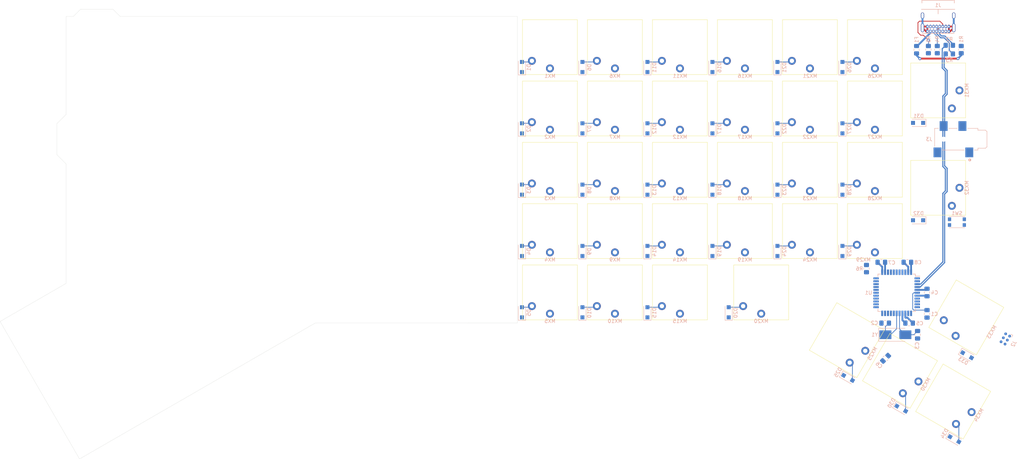
<source format=kicad_pcb>
(kicad_pcb (version 20211014) (generator pcbnew)
  (layers (0 "F.Cu" signal) (31 "B.Cu" signal) (34 "B.Paste" user) (35 "F.Paste" user) (36 "B.SilkS" user "B.Silkscreen") (37 "F.SilkS" user "F.Silkscreen") (38 "B.Mask" user) (39 "F.Mask" user) (44 "Edge.Cuts" user))
  (net 0 "")
  (net 1 "Net-(D1-Pad2)")
  (net 2 "Net-(D2-Pad2)")
  (net 3 "Net-(D3-Pad2)")
  (net 4 "Net-(D4-Pad2)")
  (net 5 "Net-(D5-Pad2)")
  (net 6 "Net-(D6-Pad2)")
  (net 7 "Net-(D7-Pad2)")
  (net 8 "Net-(D8-Pad2)")
  (net 9 "Net-(D9-Pad2)")
  (net 10 "Net-(D10-Pad2)")
  (net 11 "Net-(D11-Pad2)")
  (net 12 "Net-(D12-Pad2)")
  (net 13 "Net-(D13-Pad2)")
  (net 14 "Net-(D14-Pad2)")
  (net 15 "Net-(D15-Pad2)")
  (net 16 "Net-(D16-Pad2)")
  (net 17 "Net-(D17-Pad2)")
  (net 18 "Net-(D18-Pad2)")
  (net 19 "Net-(D19-Pad2)")
  (net 20 "Net-(D20-Pad2)")
  (net 21 "Net-(D21-Pad2)")
  (net 22 "Net-(D22-Pad2)")
  (net 23 "Net-(D23-Pad2)")
  (net 24 "Net-(D24-Pad2)")
  (net 25 "Net-(D25-Pad2)")
  (net 26 "Net-(D26-Pad2)")
  (net 27 "Net-(D27-Pad2)")
  (net 28 "Net-(D28-Pad2)")
  (net 29 "Net-(D29-Pad2)")
  (net 30 "Net-(D30-Pad2)")
  (net 31 "Net-(D31-Pad2)")
  (net 32 "Net-(D32-Pad2)")
  (net 33 "Net-(D33-Pad2)")
  (net 34 "Net-(D34-Pad2)")
  (net 35 "Net-(J1-PadB5)")
  (net 38 "Net-(J1-PadA5)")
  (net 62 "/Row1")
  (net 63 "/Row2")
  (net 64 "/Row3")
  (net 65 "/Row4")
  (net 66 "/Row5")
  (net 67 "/Col1")
  (net 68 "/Col2")
  (net 69 "/Col3")
  (net 70 "/Col4")
  (net 71 "/Col5")
  (net 72 "/Col6")
  (net 73 "/Col7")
  (net 74 "GND")
  (net 75 "Net-(C1-Pad1)")
  (net 76 "/XTAL1")
  (net 77 "/XTAL2")
  (net 78 "Net-(F1-Pad2)")
  (net 79 "+5V")
  (net 80 "/USB_D+")
  (net 81 "/USB_D-")
  (net 82 "/Reset")
  (net 83 "/MOSI")
  (net 84 "/SCK")
  (net 85 "/MISO")
  (net 86 "/D-")
  (net 87 "/D+")
  (net 92 "Net-(R6-Pad1)")
  (footprint "nikon:SW_Kailh_Choc_V1_1.00u" (layer "F.Cu") (at 112.9538 43.1546 180)
    (fp_text reference "MX1")
    (fp_text value "MX-NoLED")
  )
  (footprint "nikon:SW_Kailh_Choc_V1_1.00u" (layer "F.Cu") (at 112.9538 60.1546 180)
    (fp_text reference "MX2")
    (fp_text value "MX-NoLED")
  )
  (footprint "nikon:SW_Kailh_Choc_V1_1.00u" (layer "F.Cu") (at 112.9538 111.1546 180)
    (fp_text reference "MX5")
    (fp_text value "MX-NoLED")
  )
  (footprint "nikon:SW_Kailh_Choc_V1_1.00u" (layer "F.Cu") (at 130.9538 43.1546 180)
    (fp_text reference "MX6")
    (fp_text value "MX-NoLED")
  )
  (footprint "nikon:SW_Kailh_Choc_V1_1.00u" (layer "F.Cu") (at 130.9538 77.1546 180)
    (fp_text reference "MX8")
    (fp_text value "MX-NoLED")
  )
  (footprint "nikon:SW_Kailh_Choc_V1_1.00u" (layer "F.Cu") (at 130.9538 94.1546 180)
    (fp_text reference "MX9")
    (fp_text value "MX-NoLED")
  )
  (footprint "nikon:SW_Kailh_Choc_V1_1.00u" (layer "F.Cu") (at 148.9538 43.1546 180)
    (fp_text reference "MX11")
    (fp_text value "MX-NoLED")
  )
  (footprint "nikon:SW_Kailh_Choc_V1_1.00u" (layer "F.Cu") (at 148.9538 60.1546 180)
    (fp_text reference "MX12")
    (fp_text value "MX-NoLED")
  )
  (footprint "nikon:SW_Kailh_Choc_V1_1.00u" (layer "F.Cu") (at 148.9538 77.1546 180)
    (fp_text reference "MX13")
    (fp_text value "MX-NoLED")
  )
  (footprint "nikon:SW_Kailh_Choc_V1_1.00u" (layer "F.Cu") (at 148.9538 94.1546 180)
    (fp_text reference "MX14")
    (fp_text value "MX-NoLED")
  )
  (footprint "nikon:SW_Kailh_Choc_V1_1.00u" (layer "F.Cu") (at 166.9538 43.1546 180)
    (fp_text reference "MX16")
    (fp_text value "MX-NoLED")
  )
  (footprint "nikon:SW_Kailh_Choc_V1_1.00u" (layer "F.Cu") (at 166.9538 60.1546 180)
    (fp_text reference "MX17")
    (fp_text value "MX-NoLED")
  )
  (footprint "nikon:SW_Kailh_Choc_V1_1.00u" (layer "F.Cu") (at 166.9538 77.1546 180)
    (fp_text reference "MX18")
    (fp_text value "MX-NoLED")
  )
  (footprint "nikon:SW_Kailh_Choc_V1_1.00u" (layer "F.Cu") (at 166.9538 94.1546 180)
    (fp_text reference "MX19")
    (fp_text value "MX-NoLED")
  )
  (footprint "nikon:SW_Kailh_Choc_V1_1.50u" (layer "F.Cu") (at 171.4538 111.1546 180)
    (fp_text reference "MX20")
    (fp_text value "MX-NoLED")
  )
  (footprint "nikon:SW_Kailh_Choc_V1_1.00u" (layer "F.Cu") (at 184.9538 43.1546 180)
    (fp_text reference "MX21")
    (fp_text value "MX-NoLED")
  )
  (footprint "nikon:SW_Kailh_Choc_V1_1.00u" (layer "F.Cu") (at 184.9538 60.1546 180)
    (fp_text reference "MX22")
    (fp_text value "MX-NoLED")
  )
  (footprint "nikon:SW_Kailh_Choc_V1_1.00u" (layer "F.Cu") (at 184.9538 77.1546 180)
    (fp_text reference "MX23")
    (fp_text value "MX-NoLED")
  )
  (footprint "nikon:SW_Kailh_Choc_V1_1.00u" (layer "F.Cu") (at 184.9538 94.1546 180)
    (fp_text reference "MX24")
    (fp_text value "MX-NoLED")
  )
  (footprint "nikon:SW_Kailh_Choc_V1_1.50u" (layer "F.Cu") (at 195.1668 124.3876 -120)
    (fp_text reference "MX25")
    (fp_text value "MX-NoLED")
  )
  (footprint "nikon:SW_Kailh_Choc_V1_1.00u" (layer "F.Cu") (at 202.9538 60.1546 180)
    (fp_text reference "MX27")
    (fp_text value "MX-NoLED")
  )
  (footprint "nikon:SW_Kailh_Choc_V1_1.00u" (layer "F.Cu") (at 202.9538 77.1546 180)
    (fp_text reference "MX28")
    (fp_text value "MX-NoLED")
  )
  (footprint "nikon:SW_Kailh_Choc_V1_1.00u" (layer "F.Cu") (at 202.9538 94.1546 180)
    (fp_text reference "MX29")
    (fp_text value "MX-NoLED")
  )
  (footprint "nikon:SW_Kailh_Choc_V1_1.50u" (layer "F.Cu") (at 209.889231 132.887599 -120)
    (fp_text reference "MX30")
    (fp_text value "MX-NoLED")
  )
  (footprint "nikon:SW_Kailh_Choc_V1_1.50u" (layer "F.Cu") (at 220.4538 55.1546 -90)
    (fp_text reference "MX31")
    (fp_text value "MX-NoLED")
  )
  (footprint "nikon:SW_Kailh_Choc_V1_1.50u" (layer "F.Cu") (at 228.250662 118.084598 150)
    (fp_text reference "MX33")
    (fp_text value "MX-NoLED")
  )
  (footprint "nikon:SW_Kailh_Choc_V1_1.50u" (layer "F.Cu") (at 224.611662 141.387598 -120)
    (fp_text reference "MX34")
    (fp_text value "MX-NoLED")
  )
  (footprint "nikon:SW_Kailh_Choc_V1_1.00u" (layer "F.Cu") (at 202.9538 43.1546 180)
    (fp_text reference "MX26")
    (fp_text value "MX-NoLED")
  )
  (footprint "nikon:SW_Kailh_Choc_V1_1.00u" (layer "F.Cu") (at 148.9538 111.1546 180)
    (fp_text reference "MX15")
    (fp_text value "MX-NoLED")
  )
  (footprint "nikon:SW_Kailh_Choc_V1_1.00u" (layer "F.Cu") (at 130.9538 111.1546 180)
    (fp_text reference "MX10")
    (fp_text value "MX-NoLED")
  )
  (footprint "nikon:SW_Kailh_Choc_V1_1.00u" (layer "F.Cu") (at 112.9538 94.1546 180)
    (fp_text reference "MX4")
    (fp_text value "MX-NoLED")
  )
  (footprint "nikon:SW_Kailh_Choc_V1_1.00u" (layer "F.Cu") (at 112.9538 77.1546 180)
    (fp_text reference "MX3")
    (fp_text value "MX-NoLED")
  )
  (footprint "nikon:SW_Kailh_Choc_V1_1.00u" (layer "F.Cu") (at 130.9538 60.1546 180)
    (fp_text reference "MX7")
    (fp_text value "MX-NoLED")
  )
  (footprint "nikon:SW_Kailh_Choc_V1_1.50u" (layer "F.Cu") (at 220.4538 82.1546 -90)
    (fp_text reference "MX32")
    (fp_text value "MX-NoLED")
  )
  (footprint "Diode_SMD:D_SOD-123F" (layer "B.Cu") (at 105.2068 65.6646 90)
    (fp_text reference "D2")
    (fp_text value "1N4148")
  )
  (footprint "Diode_SMD:D_SOD-123F" (layer "B.Cu") (at 105.2068 82.6516 90)
    (fp_text reference "D3")
    (fp_text value "1N4148")
  )
  (footprint "Diode_SMD:D_SOD-123F" (layer "B.Cu") (at 105.2068 99.6646 90)
    (fp_text reference "D4")
    (fp_text value "1N4148")
  )
  (footprint "Diode_SMD:D_SOD-123F" (layer "B.Cu") (at 105.2068 116.6646 90)
    (fp_text reference "D5")
    (fp_text value "1N4148")
  )
  (footprint "Diode_SMD:D_SOD-123F" (layer "B.Cu") (at 121.9538 48.6646 90)
    (fp_text reference "D6")
    (fp_text value "1N4148")
  )
  (footprint "Diode_SMD:D_SOD-123F" (layer "B.Cu") (at 121.9538 65.6646 90)
    (fp_text reference "D7")
    (fp_text value "1N4148")
  )
  (footprint "Diode_SMD:D_SOD-123F" (layer "B.Cu") (at 121.9538 82.6646 90)
    (fp_text reference "D8")
    (fp_text value "1N4148")
  )
  (footprint "Diode_SMD:D_SOD-123F" (layer "B.Cu") (at 121.9538 99.6646 90)
    (fp_text reference "D9")
    (fp_text value "1N4148")
  )
  (footprint "Diode_SMD:D_SOD-123F" (layer "B.Cu") (at 121.9538 116.6646 90)
    (fp_text reference "D10")
    (fp_text value "1N4148")
  )
  (footprint "Diode_SMD:D_SOD-123F" (layer "B.Cu") (at 139.9538 48.6646 90)
    (fp_text reference "D11")
    (fp_text value "1N4148")
  )
  (footprint "Diode_SMD:D_SOD-123F" (layer "B.Cu") (at 139.9538 65.6646 90)
    (fp_text reference "D12")
    (fp_text value "1N4148")
  )
  (footprint "Diode_SMD:D_SOD-123F" (layer "B.Cu") (at 139.9538 82.6646 90)
    (fp_text reference "D13")
    (fp_text value "1N4148")
  )
  (footprint "Diode_SMD:D_SOD-123F" (layer "B.Cu") (at 139.9538 99.6646 90)
    (fp_text reference "D14")
    (fp_text value "1N4148")
  )
  (footprint "Diode_SMD:D_SOD-123F" (layer "B.Cu") (at 139.9538 116.6646 90)
    (fp_text reference "D15")
    (fp_text value "1N4148")
  )
  (footprint "Diode_SMD:D_SOD-123F" (layer "B.Cu") (at 157.9538 48.6646 90)
    (fp_text reference "D16")
    (fp_text value "1N4148")
  )
  (footprint "Diode_SMD:D_SOD-123F" (layer "B.Cu") (at 157.9538 65.6646 90)
    (fp_text reference "D17")
    (fp_text value "1N4148")
  )
  (footprint "Diode_SMD:D_SOD-123F" (layer "B.Cu") (at 157.9538 82.6646 90)
    (fp_text reference "D18")
    (fp_text value "1N4148")
  )
  (footprint "Diode_SMD:D_SOD-123F" (layer "B.Cu") (at 157.9538 99.6646 90)
    (fp_text reference "D19")
    (fp_text value "1N4148")
  )
  (footprint "Diode_SMD:D_SOD-123F" (layer "B.Cu") (at 162.4538 116.6646 90)
    (fp_text reference "D20")
    (fp_text value "1N4148")
  )
  (footprint "Diode_SMD:D_SOD-123F" (layer "B.Cu") (at 175.9538 48.6646 90)
    (fp_text reference "D21")
    (fp_text value "1N4148")
  )
  (footprint "Diode_SMD:D_SOD-123F" (layer "B.Cu") (at 175.9538 65.6646 90)
    (fp_text reference "D22")
    (fp_text value "1N4148")
  )
  (footprint "Diode_SMD:D_SOD-123F" (layer "B.Cu") (at 175.9538 82.6646 90)
    (fp_text reference "D23")
    (fp_text value "1N4148")
  )
  (footprint "Diode_SMD:D_SOD-123F" (layer "B.Cu") (at 175.9538 99.6646 90)
    (fp_text reference "D24")
    (fp_text value "1N4148")
  )
  (footprint "Diode_SMD:D_SOD-123F" (layer "B.Cu") (at 193.9538 48.6646 90)
    (fp_text reference "D26")
    (fp_text value "1N4148")
  )
  (footprint "Diode_SMD:D_SOD-123F" (layer "B.Cu") (at 193.9538 65.6646 90)
    (fp_text reference "D27")
    (fp_text value "1N4148")
  )
  (footprint "Diode_SMD:D_SOD-123F" (layer "B.Cu") (at 193.9538 82.6646 90)
    (fp_text reference "D28")
    (fp_text value "1N4148")
  )
  (footprint "Diode_SMD:D_SOD-123F" (layer "B.Cu") (at 193.9538 99.6646 90)
    (fp_text reference "D29")
    (fp_text value "1N4148")
  )
  (footprint "Diode_SMD:D_SOD-123F" (layer "B.Cu") (at 210.2358 143.3576 -30)
    (fp_text reference "D30")
    (fp_text value "1N4148")
  )
  (footprint "Diode_SMD:D_SOD-123F" (layer "B.Cu") (at 214.8988 64.1546 180)
    (fp_text reference "D31")
    (fp_text value "1N4148")
  )
  (footprint "Diode_SMD:D_SOD-123F" (layer "B.Cu") (at 214.8988 91.1546 180)
    (fp_text reference "D32")
    (fp_text value "1N4148")
  )
  (footprint "Diode_SMD:D_SOD-123F" (layer "B.Cu") (at 228.473 128.5748 -30)
    (fp_text reference "D33")
    (fp_text value "1N4148")
  )
  (footprint "Diode_SMD:D_SOD-123F" (layer "B.Cu") (at 224.9678 151.8666 -30)
    (fp_text reference "D34")
    (fp_text value "1N4148")
  )
  (footprint "nikon:USB_C_GCT_USB4085" (layer "B.Cu") (at 220.4466 32.6738)
    (fp_text reference "J1")
    (fp_text value "USB_C_Receptacle_USB2.0")
  )
  (footprint "Button_Switch_SMD:SW_Push_1P1T_NO_CK_KMR2" (layer "B.Cu") (at 225.6536 91.6686 180)
    (fp_text reference "SW1")
    (fp_text value "SW_Push")
  )
  (footprint "Package_QFP:TQFP-44_10x10mm_P0.8mm" (layer "B.Cu") (at 208.9658 111.252 180)
    (fp_text reference "U1")
    (fp_text value "ATmega32U4-AU")
  )
  (footprint "Diode_SMD:D_SOD-123F" (layer "B.Cu") (at 105.2068 48.6646 90)
    (fp_text reference "D1")
    (fp_text value "1N4148")
  )
  (footprint "Diode_SMD:D_SOD-123F" (layer "B.Cu") (at 195.5038 134.8486 -30)
    (fp_text reference "D25")
    (fp_text value "1N4148")
  )
  (footprint "Capacitor_SMD:C_0805_2012Metric_Pad1.18x1.45mm_HandSolder" (layer "B.Cu") (at 217.3732 117.094 -90)
    (fp_text reference "C1")
    (fp_text value "1u")
  )
  (footprint "Capacitor_SMD:C_0805_2012Metric_Pad1.18x1.45mm_HandSolder" (layer "B.Cu") (at 205.7908 119.6594)
    (fp_text reference "C2")
    (fp_text value "22pF")
  )
  (footprint "Capacitor_SMD:C_0805_2012Metric_Pad1.18x1.45mm_HandSolder" (layer "B.Cu") (at 214.757 122.8852 90)
    (fp_text reference "C3")
    (fp_text value "22pF")
  )
  (footprint "Fuse:Fuse_0805_2012Metric_Pad1.15x1.40mm_HandSolder" (layer "B.Cu") (at 214.4776 43.8658 90)
    (fp_text reference "F1")
    (fp_text value "Fuse")
  )
  (footprint "Connector:Tag-Connect_TC2030-IDC-NL_2x03_P1.27mm_Vertical" (layer "B.Cu") (at 239.0648 124.0536 -120)
    (fp_text reference "J2")
    (fp_text value "AVR-ISP-6")
  )
  (footprint "Resistor_SMD:R_0805_2012Metric_Pad1.20x1.40mm_HandSolder" (layer "B.Cu") (at 200.6092 104.5464 90)
    (fp_text reference "R6")
    (fp_text value "10K")
  )
  (footprint "Resistor_SMD:R_0805_2012Metric_Pad1.20x1.40mm_HandSolder" (layer "B.Cu") (at 226.8474 43.8404 -90)
    (fp_text reference "R1")
    (fp_text value "10k")
  )
  (footprint "Resistor_SMD:R_0805_2012Metric_Pad1.20x1.40mm_HandSolder" (layer "B.Cu") (at 220.218 43.8404 90)
    (fp_text reference "R4")
    (fp_text value "5.1k")
  )
  (footprint "Resistor_SMD:R_0805_2012Metric_Pad1.20x1.40mm_HandSolder" (layer "B.Cu") (at 217.7542 43.8404 90)
    (fp_text reference "R5")
    (fp_text value "5.1k")
  )
  (footprint "Resistor_SMD:R_0805_2012Metric_Pad1.20x1.40mm_HandSolder" (layer "B.Cu") (at 223.5454 42.6502)
    (fp_text reference "R2")
    (fp_text value "22R")
  )
  (footprint "Resistor_SMD:R_0805_2012Metric_Pad1.20x1.40mm_HandSolder" (layer "B.Cu") (at 223.5454 45.0342)
    (fp_text reference "R3")
    (fp_text value "22R")
  )
  (footprint "Crystal:Crystal_SMD_Abracon_ABM3-2Pin_5.0x3.2mm_HandSoldering" (layer "B.Cu") (at 208.6102 122.8852)
    (fp_text reference "Y1")
    (fp_text value "16MHz")
  )
  (footprint "Capacitor_SMD:C_0805_2012Metric_Pad1.18x1.45mm_HandSolder" (layer "B.Cu") (at 211.9376 102.7938 180)
    (fp_text reference "C8")
    (fp_text value "0.1u")
  )
  (footprint "nikon:CUI_SJ2-35043A-SMT-TR" (layer "B.Cu") (at 225.4758 68.6809 180)
    (fp_text reference "J3")
    (fp_text value "SJ2-35043A-SMT-TR")
  )
  (footprint "Capacitor_SMD:C_0805_2012Metric_Pad1.18x1.45mm_HandSolder" (layer "B.Cu") (at 217.3732 111.1758 90)
    (fp_text reference "C4")
    (fp_text value "4.7u")
  )
  (footprint "Capacitor_SMD:C_0805_2012Metric_Pad1.18x1.45mm_HandSolder" (layer "B.Cu") (at 212.4163 119.6594 180)
    (fp_text reference "C5")
    (fp_text value "0.1u")
  )
  (footprint "Capacitor_SMD:C_0805_2012Metric_Pad1.18x1.45mm_HandSolder" (layer "B.Cu") (at 204.724 102.7938)
    (fp_text reference "C7")
    (fp_text value "0.1u")
  )
  (footprint "Capacitor_SMD:C_0805_2012Metric_Pad1.18x1.45mm_HandSolder" (layer "B.Cu") (at 205.8924 129.413 45)
    (fp_text reference "C6")
    (fp_text value "0.1u")
  )
  (gr_line (start 47.913 119.6594) (end 103.9538 119.6546) (layer "Edge.Cuts") (width 0.05))
  (gr_line (start -39.3106 119.2022) (end -17.3142 157.3276) (layer "Edge.Cuts") (width 0.05))
  (gr_line (start -17.03828 32.6546) (end -8.0456 32.6546) (layer "Edge.Cuts") (width 0.05))
  (gr_line (start -21.0284 34.6546) (end -19.02848 34.6546) (layer "Edge.Cuts") (width 0.05))
  (gr_line (start -17.3142 157.3276) (end 47.913 119.6594) (layer "Edge.Cuts") (width 0.05))
  (gr_line (start -23.5626 72.9996) (end -21.048 75.5142) (layer "Edge.Cuts") (width 0.05))
  (gr_line (start -17.03828 32.6546) (end -19.02848 34.6546) (layer "Edge.Cuts") (width 0.05))
  (gr_line (start -21.048 75.5142) (end -21.048 108.6612) (layer "Edge.Cuts") (width 0.05))
  (gr_line (start -21.048 61.8363) (end -23.5626 64.3509) (layer "Edge.Cuts") (width 0.05))
  (gr_line (start -6.0554 34.6546) (end -8.0456 32.6546) (layer "Edge.Cuts") (width 0.05))
  (gr_line (start -21.048 108.6612) (end -39.3106 119.2022) (layer "Edge.Cuts") (width 0.05))
  (gr_line (start 103.9538 34.6546) (end 103.9538 119.6546) (layer "Edge.Cuts") (width 0.05))
  (gr_line (start -6.0554 34.6546) (end 103.9538 34.6546) (layer "Edge.Cuts") (width 0.05))
  (gr_line (start -21.048 61.8363) (end -21.048 34.6546) (layer "Edge.Cuts") (width 0.05))
  (gr_line (start -23.5626 64.3509) (end -23.5626 72.9996) (layer "Edge.Cuts") (width 0.05))
  (segment (start 107.6438 47.2646) (end 107.9538 46.9546) (width 0.2) (layer "B.Cu") (net 1))
  (segment (start 105.2068 47.2646) (end 107.6438 47.2646) (width 0.2) (layer "B.Cu") (net 1))
  (segment (start 105.2068 64.2646) (end 107.6438 64.2646) (width 0.2) (layer "B.Cu") (net 2))
  (segment (start 107.6438 64.2646) (end 107.9538 63.9546) (width 0.2) (layer "B.Cu") (net 2))
  (segment (start 105.2068 81.2516) (end 107.6568 81.2516) (width 0.2) (layer "B.Cu") (net 3))
  (segment (start 107.6568 81.2516) (end 107.9538 80.9546) (width 0.2) (layer "B.Cu") (net 3))
  (segment (start 107.6438 98.2646) (end 107.9538 97.9546) (width 0.2) (layer "B.Cu") (net 4))
  (segment (start 105.2068 98.2646) (end 107.6438 98.2646) (width 0.2) (layer "B.Cu") (net 4))
  (segment (start 105.2068 115.2646) (end 107.6438 115.2646) (width 0.2) (layer "B.Cu") (net 5))
  (segment (start 107.6438 115.2646) (end 107.9538 114.9546) (width 0.2) (layer "B.Cu") (net 5))
  (segment (start 121.9538 47.2646) (end 125.6438 47.2646) (width 0.2) (layer "B.Cu") (net 6))
  (segment (start 125.6438 47.2646) (end 125.9538 46.9546) (width 0.2) (layer "B.Cu") (net 6))
  (segment (start 125.6438 64.2646) (end 125.9538 63.9546) (width 0.2) (layer "B.Cu") (net 7))
  (segment (start 121.9538 64.2646) (end 125.6438 64.2646) (width 0.2) (layer "B.Cu") (net 7))
  (segment (start 125.6438 81.2646) (end 125.9538 80.9546) (width 0.2) (layer "B.Cu") (net 8))
  (segment (start 121.9538 81.2646) (end 125.6438 81.2646) (width 0.2) (layer "B.Cu") (net 8))
  (segment (start 125.6438 98.2646) (end 125.9538 97.9546) (width 0.2) (layer "B.Cu") (net 9))
  (segment (start 121.9538 98.2646) (end 125.6438 98.2646) (width 0.2) (layer "B.Cu") (net 9))
  (segment (start 125.6438 115.2646) (end 125.9538 114.9546) (width 0.2) (layer "B.Cu") (net 10))
  (segment (start 121.9538 115.2646) (end 125.6438 115.2646) (width 0.2) (layer "B.Cu") (net 10))
  (segment (start 143.6438 47.2646) (end 143.9538 46.9546) (width 0.2) (layer "B.Cu") (net 11))
  (segment (start 139.9538 47.2646) (end 143.6438 47.2646) (width 0.2) (layer "B.Cu") (net 11))
  (segment (start 143.6438 64.2646) (end 143.9538 63.9546) (width 0.2) (layer "B.Cu") (net 12))
  (segment (start 139.9538 64.2646) (end 143.6438 64.2646) (width 0.2) (layer "B.Cu") (net 12))
  (segment (start 143.6438 81.2646) (end 143.9538 80.9546) (width 0.2) (layer "B.Cu") (net 13))
  (segment (start 139.9538 81.2646) (end 143.6438 81.2646) (width 0.2) (layer "B.Cu") (net 13))
  (segment (start 139.9538 98.2646) (end 143.6438 98.2646) (width 0.2) (layer "B.Cu") (net 14))
  (segment (start 143.6438 98.2646) (end 143.9538 97.9546) (width 0.2) (layer "B.Cu") (net 14))
  (segment (start 139.9538 115.2646) (end 143.6438 115.2646) (width 0.2) (layer "B.Cu") (net 15))
  (segment (start 143.6438 115.2646) (end 143.9538 114.9546) (width 0.2) (layer "B.Cu") (net 15))
  (segment (start 161.6438 47.2646) (end 161.9538 46.9546) (width 0.2) (layer "B.Cu") (net 16))
  (segment (start 157.9538 47.2646) (end 161.6438 47.2646) (width 0.2) (layer "B.Cu") (net 16))
  (segment (start 157.9538 64.2646) (end 161.6438 64.2646) (width 0.2) (layer "B.Cu") (net 17))
  (segment (start 161.6438 64.2646) (end 161.9538 63.9546) (width 0.2) (layer "B.Cu") (net 17))
  (segment (start 161.6438 81.2646) (end 161.9538 80.9546) (width 0.2) (layer "B.Cu") (net 18))
  (segment (start 157.9538 81.2646) (end 161.6438 81.2646) (width 0.2) (layer "B.Cu") (net 18))
  (segment (start 161.6438 98.2646) (end 161.9538 97.9546) (width 0.2) (layer "B.Cu") (net 19))
  (segment (start 157.9538 98.2646) (end 161.6438 98.2646) (width 0.2) (layer "B.Cu") (net 19))
  (segment (start 162.4538 115.2646) (end 166.1438 115.2646) (width 0.2) (layer "B.Cu") (net 20))
  (segment (start 166.1438 115.2646) (end 166.4538 114.9546) (width 0.2) (layer "B.Cu") (net 20))
  (segment (start 175.9538 47.2646) (end 179.6438 47.2646) (width 0.2) (layer "B.Cu") (net 21))
  (segment (start 179.6438 47.2646) (end 179.9538 46.9546) (width 0.2) (layer "B.Cu") (net 21))
  (segment (start 175.9538 64.2646) (end 179.6438 64.2646) (width 0.2) (layer "B.Cu") (net 22))
  (segment (start 179.6438 64.2646) (end 179.9538 63.9546) (width 0.2) (layer "B.Cu") (net 22))
  (segment (start 179.6438 81.2646) (end 179.9538 80.9546) (width 0.2) (layer "B.Cu") (net 23))
  (segment (start 175.9538 81.2646) (end 179.6438 81.2646) (width 0.2) (layer "B.Cu") (net 23))
  (segment (start 175.9538 98.2646) (end 179.6438 98.2646) (width 0.2) (layer "B.Cu") (net 24))
  (segment (start 179.6438 98.2646) (end 179.9538 97.9546) (width 0.2) (layer "B.Cu") (net 24))
  (segment (start 196.716236 135.5486) (end 196.716236 131.376266) (width 0.2) (layer "B.Cu") (net 25))
  (segment (start 196.716236 131.376266) (end 195.957697 130.617727) (width 0.2) (layer "B.Cu") (net 25))
  (segment (start 197.6438 47.2646) (end 197.9538 46.9546) (width 0.2) (layer "B.Cu") (net 26))
  (segment (start 193.9538 47.2646) (end 197.6438 47.2646) (width 0.2) (layer "B.Cu") (net 26))
  (segment (start 193.9538 64.2646) (end 197.6438 64.2646) (width 0.2) (layer "B.Cu") (net 27))
  (segment (start 197.6438 64.2646) (end 197.9538 63.9546) (width 0.2) (layer "B.Cu") (net 27))
  (segment (start 197.6438 81.2646) (end 197.9538 80.9546) (width 0.2) (layer "B.Cu") (net 28))
  (segment (start 193.9538 81.2646) (end 197.6438 81.2646) (width 0.2) (layer "B.Cu") (net 28))
  (segment (start 197.6438 98.2646) (end 197.9538 97.9546) (width 0.2) (layer "B.Cu") (net 29))
  (segment (start 193.9538 98.2646) (end 197.6438 98.2646) (width 0.2) (layer "B.Cu") (net 29))
  (segment (start 211.448236 139.885834) (end 210.680128 139.117726) (width 0.2) (layer "B.Cu") (net 30))
  (segment (start 211.448236 144.0576) (end 211.448236 139.885834) (width 0.2) (layer "B.Cu") (net 30))
  (segment (start 226.180236 148.395402) (end 225.402559 147.617725) (width 0.2) (layer "B.Cu") (net 34))
  (segment (start 226.180236 152.5666) (end 226.180236 148.395402) (width 0.2) (layer "B.Cu") (net 34))
  (segment (start 217.7542 41.2242) (end 217.742019 41.2242) (width 0.2) (layer "F.Cu") (net 35))
  (segment (start 215.6206 39.8526) (end 214.8586 39.0906) (width 0.2) (layer "F.Cu") (net 35))
  (segment (start 217.742019 41.2242) (end 216.370419 39.8526) (width 0.2) (layer "F.Cu") (net 35))
  (segment (start 214.8586 39.0906) (end 214.8586 36.3728) (width 0.2) (layer "F.Cu") (net 35))
  (segment (start 216.370419 39.8526) (end 215.6206 39.8526) (width 0.2) (layer "F.Cu") (net 35))
  (segment (start 214.8586 36.3728) (end 215.265 35.9664) (width 0.2) (layer "F.Cu") (net 35))
  (segment (start 215.265 35.9664) (end 220.9442 35.9664) (width 0.2) (layer "F.Cu") (net 35))
  (segment (start 220.9442 35.9664) (end 221.7266 36.7488) (width 0.2) (layer "F.Cu") (net 35))
  (segment (start 221.7266 36.7488) (end 221.7266 37.4488) (width 0.2) (layer "F.Cu") (net 35))
  (via (at 217.7542 41.2242) (size 0.8) (drill 0.4) (layers "F.Cu" "B.Cu") (net 35))
  (segment (start 217.7542 41.9608) (end 217.7542 41.2242) (width 0.2) (layer "B.Cu") (net 35))
  (segment (start 217.7542 42.8404) (end 217.7542 41.9608) (width 0.2) (layer "B.Cu") (net 35))
  (segment (start 220.218 40.234318) (end 219.1716 39.187918) (width 0.2) (layer "B.Cu") (net 38))
  (segment (start 219.1716 39.187918) (end 219.1716 38.7738) (width 0.2) (layer "B.Cu") (net 38))
  (segment (start 220.218 42.8404) (end 220.218 40.234318) (width 0.2) (layer "B.Cu") (net 38))
  (segment (start 217.1016 38.7738) (end 216.1216 37.7938) (width 0.5) (layer "F.Cu") (net 74))
  (segment (start 223.4216 38.7738) (end 223.7916 38.7738) (width 0.5) (layer "F.Cu") (net 74))
  (segment (start 223.4266 37.4488) (end 223.4266 38.7688) (width 0.5) (layer "F.Cu") (net 74))
  (segment (start 223.4266 38.7688) (end 223.4216 38.7738) (width 0.5) (layer "F.Cu") (net 74))
  (segment (start 217.4716 38.7738) (end 217.1016 38.7738) (width 0.5) (layer "F.Cu") (net 74))
  (segment (start 223.7916 38.7738) (end 224.7716 37.7938) (width 0.5) (layer "F.Cu") (net 74))
  (segment (start 216.4666 37.4488) (end 216.1216 37.7938) (width 0.5) (layer "F.Cu") (net 74))
  (segment (start 217.4716 37.4488) (end 216.4666 37.4488) (width 0.5) (layer "F.Cu") (net 74))
  (segment (start 217.4716 37.4488) (end 217.4716 38.7738) (width 0.5) (layer "F.Cu") (net 74))
  (segment (start 223.4266 37.4488) (end 224.4266 37.4488) (width 0.5) (layer "F.Cu") (net 74))
  (segment (start 224.4266 37.4488) (end 224.7716 37.7938) (width 0.5) (layer "F.Cu") (net 74))
  (segment (start 211.3788 119.6594) (end 210.5658 118.8464) (width 0.5) (layer "B.Cu") (net 74))
  (segment (start 205.7615 102.7938) (end 205.7615 105.5477) (width 0.5) (layer "B.Cu") (net 74))
  (segment (start 217.0595 110.452) (end 217.3732 110.1383) (width 0.5) (layer "B.Cu") (net 74))
  (segment (start 210.5658 118.8464) (end 210.5658 116.952) (width 0.5) (layer "B.Cu") (net 74))
  (segment (start 224.7716 34.4138) (end 224.7716 37.7938) (width 0.5) (layer "B.Cu") (net 74))
  (segment (start 216.1216 34.4138) (end 216.1216 37.7938) (width 0.5) (layer "B.Cu") (net 74))
  (segment (start 212.1658 104.0595) (end 210.9001 102.7938) (width 0.5) (layer "B.Cu") (net 74))
  (segment (start 205.7615 105.5477) (end 205.7658 105.552) (width 0.5) (layer "B.Cu") (net 74))
  (segment (start 214.6658 110.452) (end 217.0595 110.452) (width 0.5) (layer "B.Cu") (net 74))
  (segment (start 212.1658 105.552) (end 212.1658 104.0595) (width 0.5) (layer "B.Cu") (net 74))
  (segment (start 213.7158 111.252) (end 214.6658 111.252) (width 0.2) (layer "B.Cu") (net 75))
  (segment (start 213.4108 111.557) (end 213.7158 111.252) (width 0.2) (layer "B.Cu") (net 75))
  (segment (start 217.3732 116.0565) (end 213.7117 116.0565) (width 0.2) (layer "B.Cu") (net 75))
  (segment (start 213.7117 116.0565) (end 213.4108 115.7556) (width 0.2) (layer "B.Cu") (net 75))
  (segment (start 213.4108 115.7556) (end 213.4108 111.557) (width 0.2) (layer "B.Cu") (net 75))
  (segment (start 207.2894 122.8852) (end 205.8477 122.8852) (width 0.2) (layer "B.Cu") (net 76))
  (segment (start 208.9658 121.2088) (end 207.2894 122.8852) (width 0.2) (layer "B.Cu") (net 76))
  (segment (start 206.8283 119.6594) (end 205.8477 120.64) (width 0.2) (layer "B.Cu") (net 76))
  (segment (start 205.8477 120.64) (end 205.8477 122.8852) (width 0.2) (layer "B.Cu") (net 76))
  (segment (start 208.9658 116.952) (end 208.9658 121.2088) (width 0.2) (layer "B.Cu") (net 76))
  (segment (start 213.7195 122.8852) (end 211.3727 122.8852) (width 0.2) (layer "B.Cu") (net 77))
  (segment (start 209.7658 121.2783) (end 211.3727 122.8852) (width 0.2) (layer "B.Cu") (net 77))
  (segment (start 214.757 121.8477) (end 213.7195 122.8852) (width 0.2) (layer "B.Cu") (net 77))
  (segment (start 209.7658 116.952) (end 209.7658 121.2783) (width 0.2) (layer "B.Cu") (net 77))
  (segment (start 218.3216 39.194136) (end 218.3216 38.7738) (width 0.5) (layer "B.Cu") (net 78))
  (segment (start 214.674936 42.8408) (end 218.3216 39.194136) (width 0.5) (layer "B.Cu") (net 78))
  (segment (start 214.4776 42.8408) (end 214.674936 42.8408) (width 0.5) (layer "B.Cu") (net 78))
  (segment (start 215.4174 46.3296) (end 215.392 46.355) (width 0.5) (layer "F.Cu") (net 79))
  (segment (start 225.933 46.3296) (end 215.4174 46.3296) (width 0.5) (layer "F.Cu") (net 79))
  (via (at 215.392 46.355) (size 0.8) (drill 0.4) (layers "F.Cu" "B.Cu") (net 79))
  (via (at 225.933 46.3296) (size 0.8) (drill 0.4) (layers "F.Cu" "B.Cu") (net 79))
  (segment (start 214.6658 112.052) (end 217.2119 112.052) (width 0.5) (layer "B.Cu") (net 79))
  (segment (start 217.2119 112.052) (end 217.3732 112.2133) (width 0.5) (layer "B.Cu") (net 79))
  (segment (start 226.8474 44.8404) (end 226.8474 45.4152) (width 0.5) (layer "B.Cu") (net 79))
  (segment (start 211.441289 118.151511) (end 211.3658 118.076022) (width 0.5) (layer "B.Cu") (net 79))
  (segment (start 204.9658 104.0731) (end 203.6865 102.7938) (width 0.5) (layer "B.Cu") (net 79))
  (segment (start 211.3658 118.076022) (end 211.3658 116.952) (width 0.5) (layer "B.Cu") (net 79))
  (segment (start 212.9658 102.8031) (end 212.9751 102.7938) (width 0.5) (layer "B.Cu") (net 79))
  (segment (start 226.8474 45.4152) (end 225.933 46.3296) (width 0.5) (layer "B.Cu") (net 79))
  (segment (start 214.4776 45.4406) (end 215.392 46.355) (width 0.5) (layer "B.Cu") (net 79))
  (segment (start 211.945911 118.151511) (end 211.441289 118.151511) (width 0.5) (layer "B.Cu") (net 79))
  (segment (start 204.9658 105.552) (end 204.9658 104.0731) (width 0.5) (layer "B.Cu") (net 79))
  (segment (start 212.9658 105.552) (end 212.9658 102.8031) (width 0.5) (layer "B.Cu") (net 79))
  (segment (start 214.4776 44.8908) (end 214.4776 45.4406) (width 0.5) (layer "B.Cu") (net 79))
  (segment (start 213.4538 119.6594) (end 211.945911 118.151511) (width 0.5) (layer "B.Cu") (net 79))
  (segment (start 220.0216 38.512004) (end 220.0216 38.7738) (width 0.2) (layer "F.Cu") (net 80))
  (segment (start 220.8766 37.657004) (end 220.0216 38.512004) (width 0.2) (layer "F.Cu") (net 80))
  (segment (start 220.8766 37.4488) (end 220.8766 37.657004) (width 0.2) (layer "F.Cu") (net 80))
  (segment (start 220.0216 39.4022) (end 220.0216 38.7738) (width 0.3) (layer "B.Cu") (net 80))
  (segment (start 222.106849 40.5638) (end 221.1832 40.5638) (width 0.3) (layer "B.Cu") (net 80))
  (segment (start 223.5454 42.002351) (end 222.106849 40.5638) (width 0.3) (layer "B.Cu") (net 80))
  (segment (start 224.5454 45.0342) (end 223.5454 44.0342) (width 0.3) (layer "B.Cu") (net 80))
  (segment (start 223.5454 44.0342) (end 223.5454 42.002351) (width 0.3) (layer "B.Cu") (net 80))
  (segment (start 221.1832 40.5638) (end 220.0216 39.4022) (width 0.3) (layer "B.Cu") (net 80))
  (segment (start 224.5454 42.295924) (end 222.313756 40.06428) (width 0.3) (layer "B.Cu") (net 81))
  (segment (start 222.313756 40.06428) (end 221.390108 40.06428) (width 0.3) (layer "B.Cu") (net 81))
  (segment (start 221.390108 40.06428) (end 220.8716 39.545772) (width 0.3) (layer "B.Cu") (net 81))
  (segment (start 220.8716 38.565596) (end 220.8716 38.7738) (width 0.2) (layer "B.Cu") (net 81))
  (segment (start 220.0266 37.720596) (end 220.8716 38.565596) (width 0.2) (layer "B.Cu") (net 81))
  (segment (start 220.0266 37.4488) (end 220.0266 37.720596) (width 0.2) (layer "B.Cu") (net 81))
  (segment (start 220.8716 39.545772) (end 220.8716 38.7738) (width 0.3) (layer "B.Cu") (net 81))
  (segment (start 224.5454 42.6502) (end 224.5454 42.295924) (width 0.3) (layer "B.Cu") (net 81))
  (segment (start 221.59588 48.958879) (end 222.453321 49.81632) (width 0.3) (layer "B.Cu") (net 86))
  (segment (start 222.453321 56.006879) (end 221.753321 56.706879) (width 0.3) (layer "B.Cu") (net 86))
  (segment (start 221.753321 76.262121) (end 222.453321 76.962121) (width 0.3) (layer "B.Cu") (net 86))
  (segment (start 222.453321 76.962121) (end 222.453321 82.98283) (width 0.3) (layer "B.Cu") (net 86))
  (segment (start 221.59588 43.59972) (end 221.59588 48.958879) (width 0.3) (layer "B.Cu") (net 86))
  (segment (start 221.753321 102.688501) (end 215.589822 108.852) (width 0.3) (layer "B.Cu") (net 86))
  (segment (start 215.589822 108.852) (end 214.6658 108.852) (width 0.3) (layer "B.Cu") (net 86))
  (segment (start 221.753321 83.68283) (end 221.753321 102.688501) (width 0.3) (layer "B.Cu") (net 86))
  (segment (start 222.5454 42.6502) (end 221.59588 43.59972) (width 0.3) (layer "B.Cu") (net 86))
  (segment (start 222.453321 82.98283) (end 221.753321 83.68283) (width 0.3) (layer "B.Cu") (net 86))
  (segment (start 222.453321 49.81632) (end 222.453321 56.006879) (width 0.3) (layer "B.Cu") (net 86))
  (segment (start 221.753321 56.706879) (end 221.753321 76.262121) (width 0.3) (layer "B.Cu") (net 86))
  (segment (start 222.95284 56.213788) (end 222.252841 56.913787) (width 0.3) (layer "B.Cu") (net 87))
  (segment (start 222.123 48.779571) (end 222.95284 49.609411) (width 0.3) (layer "B.Cu") (net 87))
  (segment (start 222.95284 49.609411) (end 222.95284 56.213788) (width 0.3) (layer "B.Cu") (net 87))
  (segment (start 222.252841 102.895408) (end 215.496249 109.652) (width 0.3) (layer "B.Cu") (net 87))
  (segment (start 215.496249 109.652) (end 214.6658 109.652) (width 0.3) (layer "B.Cu") (net 87))
  (segment (start 222.3516 45.0342) (end 222.123 45.2628) (width 0.3) (layer "B.Cu") (net 87))
  (segment (start 222.252841 76.055213) (end 222.95284 76.755212) (width 0.3) (layer "B.Cu") (net 87))
  (segment (start 222.252841 56.913787) (end 222.252841 76.055213) (width 0.3) (layer "B.Cu") (net 87))
  (segment (start 222.123 45.2628) (end 222.123 48.779571) (width 0.3) (layer "B.Cu") (net 87))
  (segment (start 222.5454 45.0342) (end 222.3516 45.0342) (width 0.3) (layer "B.Cu") (net 87))
  (segment (start 222.95284 83.189739) (end 222.252841 83.889737) (width 0.3) (layer "B.Cu") (net 87))
  (segment (start 222.252841 83.889737) (end 222.252841 102.895408) (width 0.3) (layer "B.Cu") (net 87))
  (segment (start 222.95284 76.755212) (end 222.95284 83.189739) (width 0.3) (layer "B.Cu") (net 87))
)
</source>
